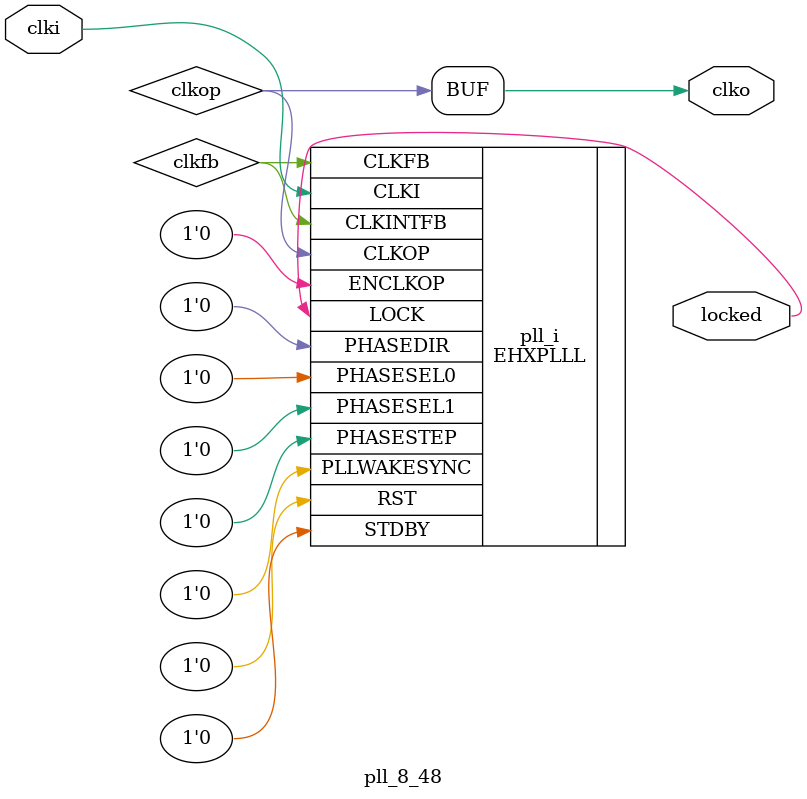
<source format=v>
module pll_8_48(input clki, 
    output locked,
    output clko
);
wire clkfb;
wire clkos;
wire clkop;
(* ICP_CURRENT="12" *) (* LPF_RESISTOR="8" *) (* MFG_ENABLE_FILTEROPAMP="1" *) (* MFG_GMCREF_SEL="2" *)
EHXPLLL #(
        .PLLRST_ENA("DISABLED"),
        .INTFB_WAKE("DISABLED"),
        .STDBY_ENABLE("DISABLED"),
        .DPHASE_SOURCE("DISABLED"),
        .CLKOP_FPHASE(0),
        .CLKOP_CPHASE(5),
        .OUTDIVIDER_MUXA("DIVA"),
        .CLKOP_ENABLE("ENABLED"),
        .CLKOP_DIV(12),
        .CLKFB_DIV(6),
        .CLKI_DIV(1),
        .FEEDBK_PATH("INT_OP")
    ) pll_i (
        .CLKI(clki),
        .CLKFB(clkfb),
        .CLKINTFB(clkfb),
        .CLKOP(clkop),
        .RST(1'b0),
        .STDBY(1'b0),
        .PHASESEL0(1'b0),
        .PHASESEL1(1'b0),
        .PHASEDIR(1'b0),
        .PHASESTEP(1'b0),
        .PLLWAKESYNC(1'b0),
        .ENCLKOP(1'b0),
        .LOCK(locked)
	);
assign clko = clkop;
endmodule

</source>
